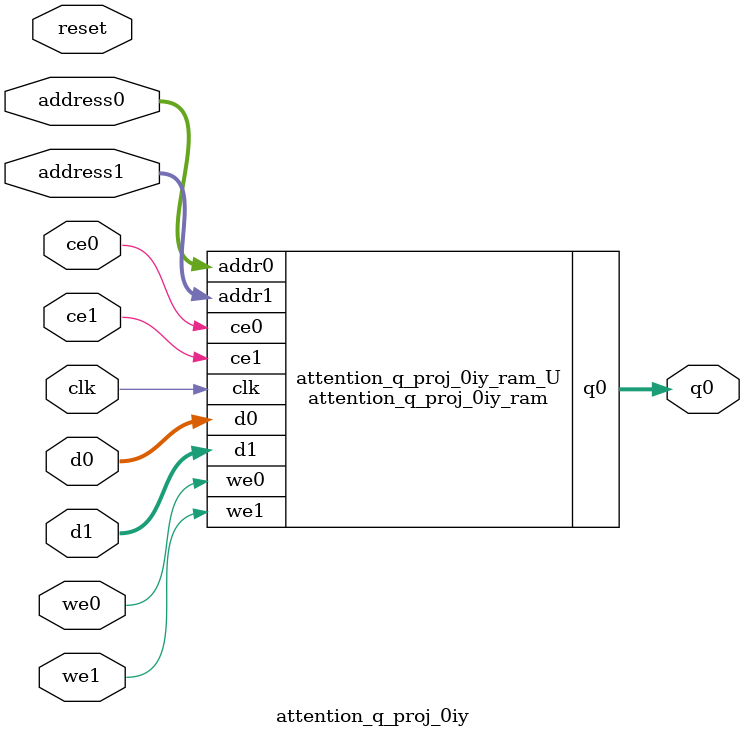
<source format=v>
`timescale 1 ns / 1 ps
module attention_q_proj_0iy_ram (addr0, ce0, d0, we0, q0, addr1, ce1, d1, we1,  clk);

parameter DWIDTH = 40;
parameter AWIDTH = 7;
parameter MEM_SIZE = 96;

input[AWIDTH-1:0] addr0;
input ce0;
input[DWIDTH-1:0] d0;
input we0;
output reg[DWIDTH-1:0] q0;
input[AWIDTH-1:0] addr1;
input ce1;
input[DWIDTH-1:0] d1;
input we1;
input clk;

(* ram_style = "block" *)reg [DWIDTH-1:0] ram[0:MEM_SIZE-1];




always @(posedge clk)  
begin 
    if (ce0) begin
        if (we0) 
            ram[addr0] <= d0; 
        q0 <= ram[addr0];
    end
end


always @(posedge clk)  
begin 
    if (ce1) begin
        if (we1) 
            ram[addr1] <= d1; 
    end
end


endmodule

`timescale 1 ns / 1 ps
module attention_q_proj_0iy(
    reset,
    clk,
    address0,
    ce0,
    we0,
    d0,
    q0,
    address1,
    ce1,
    we1,
    d1);

parameter DataWidth = 32'd40;
parameter AddressRange = 32'd96;
parameter AddressWidth = 32'd7;
input reset;
input clk;
input[AddressWidth - 1:0] address0;
input ce0;
input we0;
input[DataWidth - 1:0] d0;
output[DataWidth - 1:0] q0;
input[AddressWidth - 1:0] address1;
input ce1;
input we1;
input[DataWidth - 1:0] d1;



attention_q_proj_0iy_ram attention_q_proj_0iy_ram_U(
    .clk( clk ),
    .addr0( address0 ),
    .ce0( ce0 ),
    .we0( we0 ),
    .d0( d0 ),
    .q0( q0 ),
    .addr1( address1 ),
    .ce1( ce1 ),
    .we1( we1 ),
    .d1( d1 ));

endmodule


</source>
